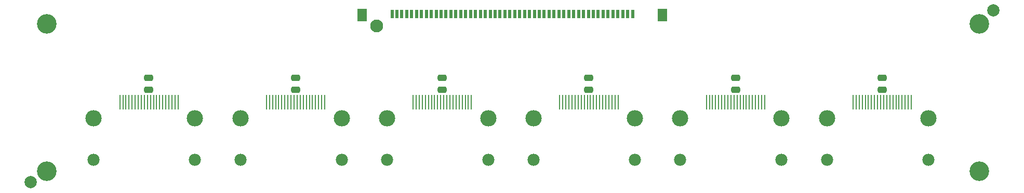
<source format=gbr>
%TF.GenerationSoftware,KiCad,Pcbnew,(7.0.0)*%
%TF.CreationDate,2023-07-14T12:09:43+02:00*%
%TF.ProjectId,RD53B_Quad_6DP_to_ERF8_Data_Adapter,52443533-425f-4517-9561-645f3644505f,V1*%
%TF.SameCoordinates,PX1767f18PY451e560*%
%TF.FileFunction,Soldermask,Top*%
%TF.FilePolarity,Negative*%
%FSLAX46Y46*%
G04 Gerber Fmt 4.6, Leading zero omitted, Abs format (unit mm)*
G04 Created by KiCad (PCBNEW (7.0.0)) date 2023-07-14 12:09:43*
%MOMM*%
%LPD*%
G01*
G04 APERTURE LIST*
G04 Aperture macros list*
%AMRoundRect*
0 Rectangle with rounded corners*
0 $1 Rounding radius*
0 $2 $3 $4 $5 $6 $7 $8 $9 X,Y pos of 4 corners*
0 Add a 4 corners polygon primitive as box body*
4,1,4,$2,$3,$4,$5,$6,$7,$8,$9,$2,$3,0*
0 Add four circle primitives for the rounded corners*
1,1,$1+$1,$2,$3*
1,1,$1+$1,$4,$5*
1,1,$1+$1,$6,$7*
1,1,$1+$1,$8,$9*
0 Add four rect primitives between the rounded corners*
20,1,$1+$1,$2,$3,$4,$5,0*
20,1,$1+$1,$4,$5,$6,$7,0*
20,1,$1+$1,$6,$7,$8,$9,0*
20,1,$1+$1,$8,$9,$2,$3,0*%
G04 Aperture macros list end*
%ADD10C,3.200000*%
%ADD11RoundRect,0.250000X0.475000X-0.250000X0.475000X0.250000X-0.475000X0.250000X-0.475000X-0.250000X0*%
%ADD12C,0.001000*%
%ADD13R,0.280000X2.400000*%
%ADD14C,2.660000*%
%ADD15C,1.982000*%
%ADD16C,2.100000*%
%ADD17R,0.500000X1.480000*%
%ADD18R,1.500000X2.000000*%
%ADD19C,2.000000*%
G04 APERTURE END LIST*
D10*
%TO.C,*%
X4118000Y3335000D03*
%TD*%
D11*
%TO.C,C2*%
X44688000Y16645000D03*
X44688000Y18545000D03*
%TD*%
D12*
%TO.C,J4*%
X91732000Y4405000D03*
D13*
X97231999Y14564999D03*
X96731999Y14564999D03*
X96231999Y14564999D03*
X95731999Y14564999D03*
X95231999Y14564999D03*
X94731999Y14564999D03*
X94231999Y14564999D03*
X93731999Y14564999D03*
X93231999Y14564999D03*
X92731999Y14564999D03*
X92231999Y14564999D03*
X91731999Y14564999D03*
X91231999Y14564999D03*
X90731999Y14564999D03*
X90231999Y14564999D03*
X89731999Y14564999D03*
X89231999Y14564999D03*
X88731999Y14564999D03*
X88231999Y14564999D03*
X87731999Y14564999D03*
D14*
X83482000Y11965000D03*
D15*
X83482000Y5185000D03*
X99982000Y5185000D03*
D14*
X99982000Y11965000D03*
%TD*%
D12*
%TO.C,J2*%
X43934000Y4406000D03*
D13*
X49433999Y14565999D03*
X48933999Y14565999D03*
X48433999Y14565999D03*
X47933999Y14565999D03*
X47433999Y14565999D03*
X46933999Y14565999D03*
X46433999Y14565999D03*
X45933999Y14565999D03*
X45433999Y14565999D03*
X44933999Y14565999D03*
X44433999Y14565999D03*
X43933999Y14565999D03*
X43433999Y14565999D03*
X42933999Y14565999D03*
X42433999Y14565999D03*
X41933999Y14565999D03*
X41433999Y14565999D03*
X40933999Y14565999D03*
X40433999Y14565999D03*
X39933999Y14565999D03*
D14*
X35684000Y11966000D03*
D15*
X35684000Y5186000D03*
X52184000Y5186000D03*
D14*
X52184000Y11966000D03*
%TD*%
D11*
%TO.C,C1*%
X20768000Y16645000D03*
X20768000Y18545000D03*
%TD*%
%TO.C,C6*%
X140278000Y16645000D03*
X140278000Y18545000D03*
%TD*%
D16*
%TO.C,J7*%
X57888000Y27005000D03*
D17*
X60397999Y28944999D03*
X61197999Y28944999D03*
X61997999Y28944999D03*
X62797999Y28944999D03*
X63597999Y28944999D03*
X64397999Y28944999D03*
X65197999Y28944999D03*
X65997999Y28944999D03*
X66797999Y28944999D03*
X67597999Y28944999D03*
X68397999Y28944999D03*
X69197999Y28944999D03*
X69997999Y28944999D03*
X70797999Y28944999D03*
X71597999Y28944999D03*
X72397999Y28944999D03*
X73197999Y28944999D03*
X73997999Y28944999D03*
X74797999Y28944999D03*
X75597999Y28944999D03*
X76397999Y28944999D03*
X77197999Y28944999D03*
X77997999Y28944999D03*
X78797999Y28944999D03*
X79597999Y28944999D03*
X80397999Y28944999D03*
X81197999Y28944999D03*
X81997999Y28944999D03*
X82797999Y28944999D03*
X83597999Y28944999D03*
X84397999Y28944999D03*
X85197999Y28944999D03*
X85997999Y28944999D03*
X86797999Y28944999D03*
X87597999Y28944999D03*
X88397999Y28944999D03*
X89197999Y28944999D03*
X89997999Y28944999D03*
X90797999Y28944999D03*
X91597999Y28944999D03*
X92397999Y28944999D03*
X93197999Y28944999D03*
X93997999Y28944999D03*
X94797999Y28944999D03*
X95597999Y28944999D03*
X96397999Y28944999D03*
X97197999Y28944999D03*
X97997999Y28944999D03*
X98797999Y28944999D03*
X99597999Y28944999D03*
D18*
X55497999Y28804999D03*
X104497999Y28804999D03*
%TD*%
D11*
%TO.C,C3*%
X68588000Y16645000D03*
X68588000Y18545000D03*
%TD*%
D12*
%TO.C,J6*%
X139528000Y4405000D03*
D13*
X145027999Y14564999D03*
X144527999Y14564999D03*
X144027999Y14564999D03*
X143527999Y14564999D03*
X143027999Y14564999D03*
X142527999Y14564999D03*
X142027999Y14564999D03*
X141527999Y14564999D03*
X141027999Y14564999D03*
X140527999Y14564999D03*
X140027999Y14564999D03*
X139527999Y14564999D03*
X139027999Y14564999D03*
X138527999Y14564999D03*
X138027999Y14564999D03*
X137527999Y14564999D03*
X137027999Y14564999D03*
X136527999Y14564999D03*
X136027999Y14564999D03*
X135527999Y14564999D03*
D14*
X131278000Y11965000D03*
D15*
X131278000Y5185000D03*
X147778000Y5185000D03*
D14*
X147778000Y11965000D03*
%TD*%
D10*
%TO.C,*%
X4118000Y27335000D03*
%TD*%
D11*
%TO.C,C5*%
X116378000Y16645000D03*
X116378000Y18545000D03*
%TD*%
D12*
%TO.C,J5*%
X115630000Y4405000D03*
D13*
X121129999Y14564999D03*
X120629999Y14564999D03*
X120129999Y14564999D03*
X119629999Y14564999D03*
X119129999Y14564999D03*
X118629999Y14564999D03*
X118129999Y14564999D03*
X117629999Y14564999D03*
X117129999Y14564999D03*
X116629999Y14564999D03*
X116129999Y14564999D03*
X115629999Y14564999D03*
X115129999Y14564999D03*
X114629999Y14564999D03*
X114129999Y14564999D03*
X113629999Y14564999D03*
X113129999Y14564999D03*
X112629999Y14564999D03*
X112129999Y14564999D03*
X111629999Y14564999D03*
D14*
X107380000Y11965000D03*
D15*
X107380000Y5185000D03*
X123880000Y5185000D03*
D14*
X123880000Y11965000D03*
%TD*%
D19*
%TO.C,REF_Top*%
X158433000Y29538000D03*
%TD*%
D12*
%TO.C,J3*%
X67834000Y4405000D03*
D13*
X73333999Y14564999D03*
X72833999Y14564999D03*
X72333999Y14564999D03*
X71833999Y14564999D03*
X71333999Y14564999D03*
X70833999Y14564999D03*
X70333999Y14564999D03*
X69833999Y14564999D03*
X69333999Y14564999D03*
X68833999Y14564999D03*
X68333999Y14564999D03*
X67833999Y14564999D03*
X67333999Y14564999D03*
X66833999Y14564999D03*
X66333999Y14564999D03*
X65833999Y14564999D03*
X65333999Y14564999D03*
X64833999Y14564999D03*
X64333999Y14564999D03*
X63833999Y14564999D03*
D14*
X59584000Y11965000D03*
D15*
X59584000Y5185000D03*
X76084000Y5185000D03*
D14*
X76084000Y11965000D03*
%TD*%
D10*
%TO.C,*%
X156118000Y3335000D03*
%TD*%
D12*
%TO.C,J1*%
X20038000Y4405000D03*
D13*
X25537999Y14564999D03*
X25037999Y14564999D03*
X24537999Y14564999D03*
X24037999Y14564999D03*
X23537999Y14564999D03*
X23037999Y14564999D03*
X22537999Y14564999D03*
X22037999Y14564999D03*
X21537999Y14564999D03*
X21037999Y14564999D03*
X20537999Y14564999D03*
X20037999Y14564999D03*
X19537999Y14564999D03*
X19037999Y14564999D03*
X18537999Y14564999D03*
X18037999Y14564999D03*
X17537999Y14564999D03*
X17037999Y14564999D03*
X16537999Y14564999D03*
X16037999Y14564999D03*
D14*
X11788000Y11965000D03*
D15*
X11788000Y5185000D03*
X28288000Y5185000D03*
D14*
X28288000Y11965000D03*
%TD*%
D10*
%TO.C,*%
X156118000Y27335000D03*
%TD*%
D19*
%TO.C,REF_Top*%
X1487000Y1524000D03*
%TD*%
D11*
%TO.C,C4*%
X92478000Y16645000D03*
X92478000Y18545000D03*
%TD*%
M02*

</source>
